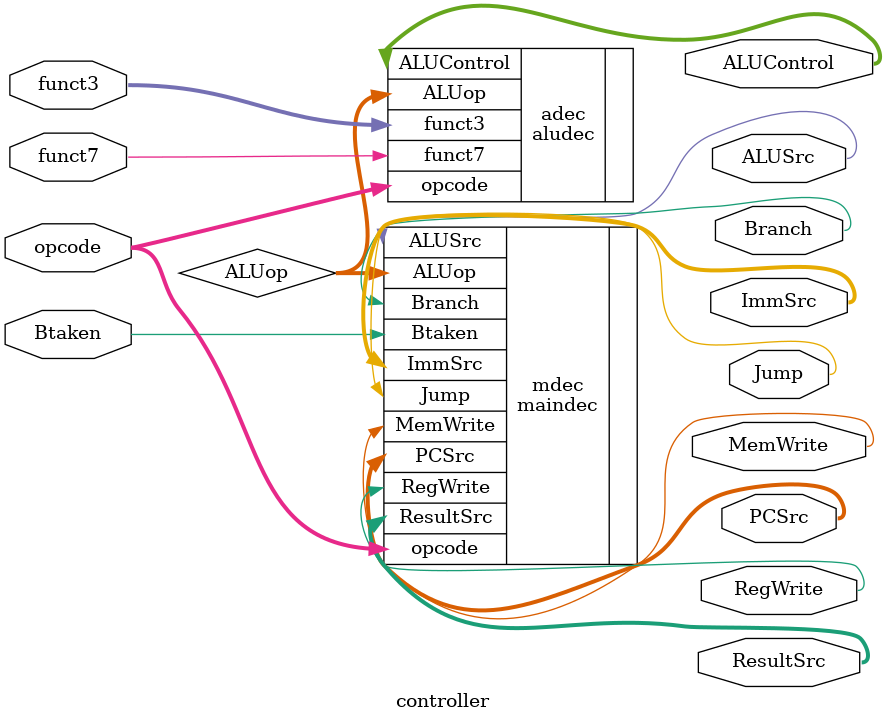
<source format=sv>
module controller(
    opcode,
    funct3,
    funct7,
    Btaken,
	PCSrc,
    Branch,
	ResultSrc,
    MemWrite,
    ALUSrc,
    ImmSrc,
    RegWrite,
    ALUControl,
    Jump
);
    // input
    input Btaken;
    input [6:0] opcode;
    input [2:0] funct3;
    input funct7;
    // output
    output [1:0] PCSrc;
    output Branch, MemWrite, ALUSrc, RegWrite, Jump;
    output [1:0] ResultSrc, ImmSrc;
    output [2:0] ALUControl;

    wire [1:0] ALUop;

    maindec mdec(
        .Btaken(Btaken),
		.Branch(Branch),
		.opcode(opcode),
        .PCSrc(PCSrc),
        .ResultSrc(ResultSrc),
        .MemWrite(MemWrite),
        .ALUSrc(ALUSrc),
        .ImmSrc(ImmSrc),
        .RegWrite(RegWrite),
        .Jump(Jump),
        .ALUop(ALUop)
    );
    
    aludec adec(
        .opcode(opcode),
        .funct3(funct3),
        .funct7(funct7),
        .ALUop(ALUop),
        .ALUControl(ALUControl)
    );

endmodule

</source>
